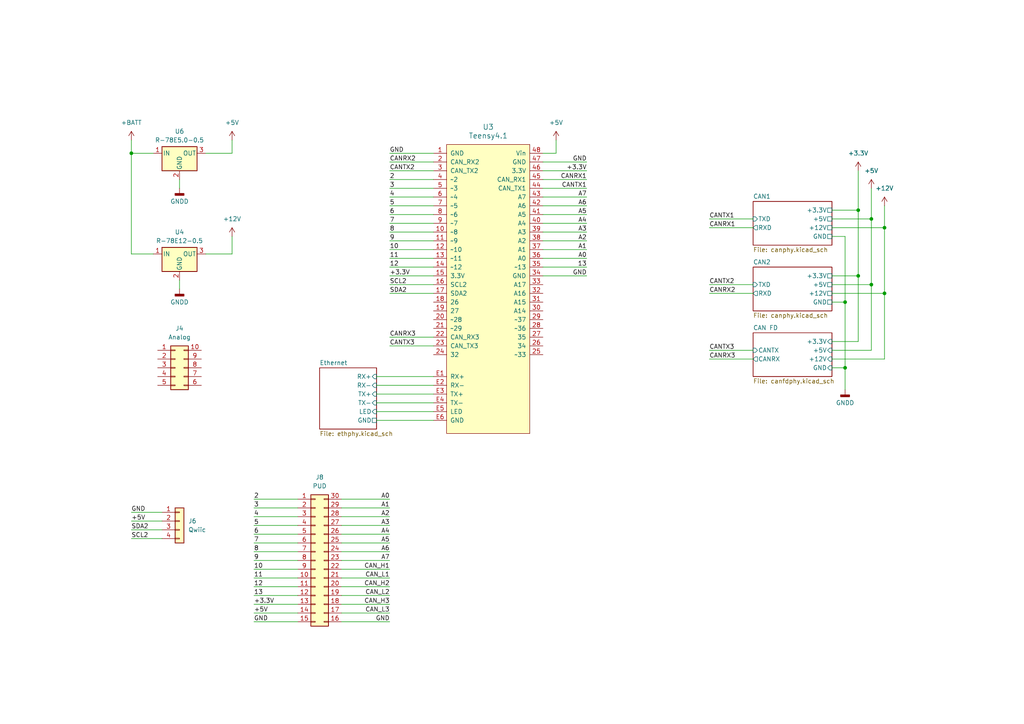
<source format=kicad_sch>
(kicad_sch (version 20231120) (generator "eeschema") (generator_version "8.0")
  (paper "A4")
  (lib_symbols
    (symbol "Connector_Generic:Conn_01x04" (pin_names (offset 1.016) hide)
      (property "Reference" "J" (at 0 5.08 0))
      (property "Value" "Conn_01x04" (at 0 -7.62 0))
      (symbol "Conn_01x04_1_1"
        (rectangle (start -1.27 -4.953) (end 0 -5.207) (stroke (width 0.1524)))
        (rectangle (start -1.27 -2.413) (end 0 -2.667) (stroke (width 0.1524)))
        (rectangle (start -1.27 0.127) (end 0 -0.127) (stroke (width 0.1524)))
        (rectangle (start -1.27 2.667) (end 0 2.413) (stroke (width 0.1524)))
        (rectangle (start -1.27 3.81) (end 1.27 -6.35) (stroke (width 0.254)) (fill (type background)))
        (pin passive line (at -5.08 2.54 0) (length 3.81) (name "Pin_1") (number "1"))
        (pin passive line (at -5.08 0 0) (length 3.81) (name "Pin_2") (number "2"))
        (pin passive line (at -5.08 -2.54 0) (length 3.81) (name "Pin_3") (number "3"))
        (pin passive line (at -5.08 -5.08 0) (length 3.81) (name "Pin_4") (number "4"))
      )
    )
    (symbol "Connector_Generic:Conn_02x05_Counter_Clockwise" (pin_names (offset 1.016) hide)
      (property "Reference" "J" (at 1.27 7.62 0))
      (property "Value" "Conn_02x05_Counter_Clockwise" (at 1.27 -7.62 0))
      (symbol "Conn_02x05_Counter_Clockwise_1_1"
        (rectangle (start -1.27 -4.953) (end 0 -5.207) (stroke (width 0.1524)))
        (rectangle (start -1.27 -2.413) (end 0 -2.667) (stroke (width 0.1524)))
        (rectangle (start -1.27 0.127) (end 0 -0.127) (stroke (width 0.1524)))
        (rectangle (start -1.27 2.667) (end 0 2.413) (stroke (width 0.1524)))
        (rectangle (start -1.27 5.207) (end 0 4.953) (stroke (width 0.1524)))
        (rectangle (start -1.27 6.35) (end 3.81 -6.35) (stroke (width 0.254)) (fill (type background)))
        (rectangle (start 3.81 -4.953) (end 2.54 -5.207) (stroke (width 0.1524)))
        (rectangle (start 3.81 -2.413) (end 2.54 -2.667) (stroke (width 0.1524)))
        (rectangle (start 3.81 0.127) (end 2.54 -0.127) (stroke (width 0.1524)))
        (rectangle (start 3.81 2.667) (end 2.54 2.413) (stroke (width 0.1524)))
        (rectangle (start 3.81 5.207) (end 2.54 4.953) (stroke (width 0.1524)))
        (pin passive line (at -5.08 5.08 0) (length 3.81) (name "Pin_1") (number "1"))
        (pin passive line (at 7.62 5.08 180) (length 3.81) (name "Pin_10") (number "10"))
        (pin passive line (at -5.08 2.54 0) (length 3.81) (name "Pin_2") (number "2"))
        (pin passive line (at -5.08 0 0) (length 3.81) (name "Pin_3") (number "3"))
        (pin passive line (at -5.08 -2.54 0) (length 3.81) (name "Pin_4") (number "4"))
        (pin passive line (at -5.08 -5.08 0) (length 3.81) (name "Pin_5") (number "5"))
        (pin passive line (at 7.62 -5.08 180) (length 3.81) (name "Pin_6") (number "6"))
        (pin passive line (at 7.62 -2.54 180) (length 3.81) (name "Pin_7") (number "7"))
        (pin passive line (at 7.62 0 180) (length 3.81) (name "Pin_8") (number "8"))
        (pin passive line (at 7.62 2.54 180) (length 3.81) (name "Pin_9") (number "9"))
      )
    )
    (symbol "Connector_Generic:Conn_02x15_Counter_Clockwise" (pin_names (offset 1.016) hide)
      (property "Reference" "J" (at 1.27 20.32 0))
      (property "Value" "Conn_02x15_Counter_Clockwise" (at 1.27 -20.32 0))
      (symbol "Conn_02x15_Counter_Clockwise_1_1"
        (rectangle (start -1.27 -17.653) (end 0 -17.907) (stroke (width 0.1524)))
        (rectangle (start -1.27 -15.113) (end 0 -15.367) (stroke (width 0.1524)))
        (rectangle (start -1.27 -12.573) (end 0 -12.827) (stroke (width 0.1524)))
        (rectangle (start -1.27 -10.033) (end 0 -10.287) (stroke (width 0.1524)))
        (rectangle (start -1.27 -7.493) (end 0 -7.747) (stroke (width 0.1524)))
        (rectangle (start -1.27 -4.953) (end 0 -5.207) (stroke (width 0.1524)))
        (rectangle (start -1.27 -2.413) (end 0 -2.667) (stroke (width 0.1524)))
        (rectangle (start -1.27 0.127) (end 0 -0.127) (stroke (width 0.1524)))
        (rectangle (start -1.27 2.667) (end 0 2.413) (stroke (width 0.1524)))
        (rectangle (start -1.27 5.207) (end 0 4.953) (stroke (width 0.1524)))
        (rectangle (start -1.27 7.747) (end 0 7.493) (stroke (width 0.1524)))
        (rectangle (start -1.27 10.287) (end 0 10.033) (stroke (width 0.1524)))
        (rectangle (start -1.27 12.827) (end 0 12.573) (stroke (width 0.1524)))
        (rectangle (start -1.27 15.367) (end 0 15.113) (stroke (width 0.1524)))
        (rectangle (start -1.27 17.907) (end 0 17.653) (stroke (width 0.1524)))
        (rectangle (start -1.27 19.05) (end 3.81 -19.05) (stroke (width 0.254)) (fill (type background)))
        (rectangle (start 3.81 -17.653) (end 2.54 -17.907) (stroke (width 0.1524)))
        (rectangle (start 3.81 -15.113) (end 2.54 -15.367) (stroke (width 0.1524)))
        (rectangle (start 3.81 -12.573) (end 2.54 -12.827) (stroke (width 0.1524)))
        (rectangle (start 3.81 -10.033) (end 2.54 -10.287) (stroke (width 0.1524)))
        (rectangle (start 3.81 -7.493) (end 2.54 -7.747) (stroke (width 0.1524)))
        (rectangle (start 3.81 -4.953) (end 2.54 -5.207) (stroke (width 0.1524)))
        (rectangle (start 3.81 -2.413) (end 2.54 -2.667) (stroke (width 0.1524)))
        (rectangle (start 3.81 0.127) (end 2.54 -0.127) (stroke (width 0.1524)))
        (rectangle (start 3.81 2.667) (end 2.54 2.413) (stroke (width 0.1524)))
        (rectangle (start 3.81 5.207) (end 2.54 4.953) (stroke (width 0.1524)))
        (rectangle (start 3.81 7.747) (end 2.54 7.493) (stroke (width 0.1524)))
        (rectangle (start 3.81 10.287) (end 2.54 10.033) (stroke (width 0.1524)))
        (rectangle (start 3.81 12.827) (end 2.54 12.573) (stroke (width 0.1524)))
        (rectangle (start 3.81 15.367) (end 2.54 15.113) (stroke (width 0.1524)))
        (rectangle (start 3.81 17.907) (end 2.54 17.653) (stroke (width 0.1524)))
        (pin passive line (at -5.08 17.78 0) (length 3.81) (name "Pin_1") (number "1"))
        (pin passive line (at -5.08 -5.08 0) (length 3.81) (name "Pin_10") (number "10"))
        (pin passive line (at -5.08 -7.62 0) (length 3.81) (name "Pin_11") (number "11"))
        (pin passive line (at -5.08 -10.16 0) (length 3.81) (name "Pin_12") (number "12"))
        (pin passive line (at -5.08 -12.7 0) (length 3.81) (name "Pin_13") (number "13"))
        (pin passive line (at -5.08 -15.24 0) (length 3.81) (name "Pin_14") (number "14"))
        (pin passive line (at -5.08 -17.78 0) (length 3.81) (name "Pin_15") (number "15"))
        (pin passive line (at 7.62 -17.78 180) (length 3.81) (name "Pin_16") (number "16"))
        (pin passive line (at 7.62 -15.24 180) (length 3.81) (name "Pin_17") (number "17"))
        (pin passive line (at 7.62 -12.7 180) (length 3.81) (name "Pin_18") (number "18"))
        (pin passive line (at 7.62 -10.16 180) (length 3.81) (name "Pin_19") (number "19"))
        (pin passive line (at -5.08 15.24 0) (length 3.81) (name "Pin_2") (number "2"))
        (pin passive line (at 7.62 -7.62 180) (length 3.81) (name "Pin_20") (number "20"))
        (pin passive line (at 7.62 -5.08 180) (length 3.81) (name "Pin_21") (number "21"))
        (pin passive line (at 7.62 -2.54 180) (length 3.81) (name "Pin_22") (number "22"))
        (pin passive line (at 7.62 0 180) (length 3.81) (name "Pin_23") (number "23"))
        (pin passive line (at 7.62 2.54 180) (length 3.81) (name "Pin_24") (number "24"))
        (pin passive line (at 7.62 5.08 180) (length 3.81) (name "Pin_25") (number "25"))
        (pin passive line (at 7.62 7.62 180) (length 3.81) (name "Pin_26") (number "26"))
        (pin passive line (at 7.62 10.16 180) (length 3.81) (name "Pin_27") (number "27"))
        (pin passive line (at 7.62 12.7 180) (length 3.81) (name "Pin_28") (number "28"))
        (pin passive line (at 7.62 15.24 180) (length 3.81) (name "Pin_29") (number "29"))
        (pin passive line (at -5.08 12.7 0) (length 3.81) (name "Pin_3") (number "3"))
        (pin passive line (at 7.62 17.78 180) (length 3.81) (name "Pin_30") (number "30"))
        (pin passive line (at -5.08 10.16 0) (length 3.81) (name "Pin_4") (number "4"))
        (pin passive line (at -5.08 7.62 0) (length 3.81) (name "Pin_5") (number "5"))
        (pin passive line (at -5.08 5.08 0) (length 3.81) (name "Pin_6") (number "6"))
        (pin passive line (at -5.08 2.54 0) (length 3.81) (name "Pin_7") (number "7"))
        (pin passive line (at -5.08 0 0) (length 3.81) (name "Pin_8") (number "8"))
        (pin passive line (at -5.08 -2.54 0) (length 3.81) (name "Pin_9") (number "9"))
      )
    )
    (symbol "Regulator_Switching:R-78E12-0.5" (pin_names (offset 0.254))
      (property "Reference" "U" (at -3.81 3.175 0))
      (property "Value" "R-78E12-0.5" (at 0 3.175 0))
      (symbol "R-78E12-0.5_0_1"
        (rectangle (start -5.08 1.905) (end 5.08 -5.08) (stroke (width 0.254)) (fill (type background)))
      )
      (symbol "R-78E12-0.5_1_1"
        (pin power_in line (at -7.62 0 0) (length 2.54) (name "IN") (number "1"))
        (pin power_in line (at 0 -7.62 90) (length 2.54) (name "GND") (number "2"))
        (pin power_out line (at 7.62 0 180) (length 2.54) (name "OUT") (number "3"))
      )
    )
    (symbol "Regulator_Switching:R-78E5.0-0.5" (pin_names (offset 0.254))
      (property "Reference" "U" (at -3.81 3.175 0))
      (property "Value" "R-78E5.0-0.5" (at 0 3.175 0))
      (symbol "R-78E5.0-0.5_0_1"
        (rectangle (start -5.08 1.905) (end 5.08 -5.08) (stroke (width 0.254)) (fill (type background)))
      )
      (symbol "R-78E5.0-0.5_1_1"
        (pin power_in line (at -7.62 0 0) (length 2.54) (name "IN") (number "1"))
        (pin power_in line (at 0 -7.62 90) (length 2.54) (name "GND") (number "2"))
        (pin power_out line (at 7.62 0 180) (length 2.54) (name "OUT") (number "3"))
      )
    )
    (symbol "Wetmelon:Teensy4.1" (pin_names (offset 1.016))
      (property "Reference" "U3" (at 0.635 36.83 0))
      (property "Value" "Teensy4.1" (at 0.635 34.29 0))
      (symbol "Teensy4.1_0_1"
        (rectangle (start -11.43 31.75) (end 12.7 -52.07) (fill (type background)))
      )
      (symbol "Teensy4.1_1_1"
        (pin power_in line (at -15.24 29.21 0) (length 3.81) (name "GND") (number "1"))
        (pin bidirectional line (at -15.24 6.35 0) (length 3.81) (name "~8") (number "10"))
        (pin bidirectional line (at -15.24 3.81 0) (length 3.81) (name "~9") (number "11"))
        (pin bidirectional line (at -15.24 1.27 0) (length 3.81) (name "~10") (number "12"))
        (pin bidirectional line (at -15.24 -1.27 0) (length 3.81) (name "~11") (number "13") (alternate "CAN_TX1" bidirectional line))
        (pin bidirectional line (at -15.24 -3.81 0) (length 3.81) (name "~12") (number "14"))
        (pin passive line (at -15.24 -6.35 0) (length 3.81) (name "3.3V") (number "15"))
        (pin bidirectional line (at -15.24 -8.89 0) (length 3.81) (name "~24") (number "16") (alternate "SCL2" open_collector line))
        (pin bidirectional line (at -15.24 -11.43 0) (length 3.81) (name "~25") (number "17") (alternate "SDA2" open_collector line))
        (pin bidirectional line (at -15.24 -13.97 0) (length 3.81) (name "26") (number "18") (alternate "" input line))
        (pin bidirectional line (at -15.24 -16.51 0) (length 3.81) (name "27") (number "19") (alternate "" input line))
        (pin bidirectional line (at -15.24 26.67 0) (length 3.81) (name "~0") (number "2") (alternate "CAN_RX2" bidirectional line))
        (pin bidirectional line (at -15.24 -19.05 0) (length 3.81) (name "~28") (number "20") (alternate "" input line))
        (pin bidirectional line (at -15.24 -21.59 0) (length 3.81) (name "~29") (number "21"))
        (pin bidirectional line (at -15.24 -24.13 0) (length 3.81) (name "30") (number "22") (alternate "CAN_RX3" bidirectional line))
        (pin bidirectional line (at -15.24 -26.67 0) (length 3.81) (name "31") (number "23") (alternate "CAN_TX3" bidirectional line))
        (pin bidirectional line (at -15.24 -29.21 0) (length 3.81) (name "32") (number "24"))
        (pin bidirectional line (at 16.51 -29.21 180) (length 3.81) (name "~33") (number "25"))
        (pin bidirectional line (at 16.51 -26.67 180) (length 3.81) (name "34") (number "26"))
        (pin bidirectional line (at 16.51 -24.13 180) (length 3.81) (name "35") (number "27"))
        (pin bidirectional line (at 16.51 -21.59 180) (length 3.81) (name "~36") (number "28"))
        (pin bidirectional line (at 16.51 -19.05 180) (length 3.81) (name "~37") (number "29") (alternate "" input line) (alternate "" input line))
        (pin bidirectional line (at -15.24 24.13 0) (length 3.81) (name "~1") (number "3") (alternate "CAN_TX2" bidirectional line))
        (pin bidirectional line (at 16.51 -16.51 180) (length 3.81) (name "38") (number "30") (alternate "A14" input line))
        (pin bidirectional line (at 16.51 -13.97 180) (length 3.81) (name "39") (number "31") (alternate "A15" input line))
        (pin bidirectional line (at 16.51 -11.43 180) (length 3.81) (name "40") (number "32") (alternate "A16" input line))
        (pin bidirectional line (at 16.51 -8.89 180) (length 3.81) (name "41") (number "33") (alternate "A17" input line))
        (pin power_in line (at 16.51 -6.35 180) (length 3.81) (name "GND") (number "34"))
        (pin bidirectional line (at 16.51 -3.81 180) (length 3.81) (name "~13") (number "35"))
        (pin bidirectional line (at 16.51 -1.27 180) (length 3.81) (name "~14") (number "36") (alternate "A0" input line))
        (pin bidirectional line (at 16.51 1.27 180) (length 3.81) (name "~15") (number "37") (alternate "A1" input line))
        (pin bidirectional line (at 16.51 3.81 180) (length 3.81) (name "16") (number "38") (alternate "A2" input line))
        (pin bidirectional line (at 16.51 6.35 180) (length 3.81) (name "17") (number "39") (alternate "A3" input line))
        (pin bidirectional line (at -15.24 21.59 0) (length 3.81) (name "~2") (number "4"))
        (pin bidirectional line (at 16.51 8.89 180) (length 3.81) (name "~18") (number "40") (alternate "A4" input line))
        (pin bidirectional line (at 16.51 11.43 180) (length 3.81) (name "~19") (number "41") (alternate "A5" input line))
        (pin bidirectional line (at 16.51 13.97 180) (length 3.81) (name "20") (number "42") (alternate "A6" input line))
        (pin bidirectional line (at 16.51 16.51 180) (length 3.81) (name "21") (number "43") (alternate "A7" input line))
        (pin bidirectional line (at 16.51 19.05 180) (length 3.81) (name "~22") (number "44") (alternate "CAN_TX1" bidirectional line))
        (pin bidirectional line (at 16.51 21.59 180) (length 3.81) (name "~23") (number "45") (alternate "CAN_RX1" bidirectional line))
        (pin power_out line (at 16.51 24.13 180) (length 3.81) (name "3.3V") (number "46"))
        (pin power_in line (at 16.51 26.67 180) (length 3.81) (name "GND") (number "47"))
        (pin power_in line (at 16.51 29.21 180) (length 3.81) (name "Vin") (number "48"))
        (pin bidirectional line (at -15.24 19.05 0) (length 3.81) (name "~3") (number "5"))
        (pin bidirectional line (at -15.24 16.51 0) (length 3.81) (name "~4") (number "6"))
        (pin bidirectional line (at -15.24 13.97 0) (length 3.81) (name "~5") (number "7"))
        (pin bidirectional line (at -15.24 11.43 0) (length 3.81) (name "~6") (number "8"))
        (pin bidirectional line (at -15.24 8.89 0) (length 3.81) (name "~7") (number "9"))
        (pin input line (at -15.24 -35.56 0) (length 3.81) (name "RX+") (number "E1"))
        (pin input line (at -15.24 -38.1 0) (length 3.81) (name "RX-") (number "E2"))
        (pin input line (at -15.24 -40.64 0) (length 3.81) (name "TX+") (number "E3"))
        (pin input line (at -15.24 -43.18 0) (length 3.81) (name "TX-") (number "E4"))
        (pin output line (at -15.24 -45.72 0) (length 3.81) (name "LED") (number "E5"))
        (pin power_in line (at -15.24 -48.26 0) (length 3.81) (name "GND") (number "E6"))
      )
    )
    (symbol "power:+12V" (power) (pin_names (offset 0))
      (property "Value" "+12V" (at 0 3.556 0))
      (symbol "+12V_0_1"
        (polyline (pts (xy -0.762 1.27) (xy 0 2.54)))
        (polyline (pts (xy 0 0) (xy 0 2.54)))
        (polyline (pts (xy 0 2.54) (xy 0.762 1.27)))
      )
      (symbol "+12V_1_1"
        (pin power_in line (at 0 0 90) (length 0) hide (name "+12V") (number "1"))
      )
    )
    (symbol "power:+3.3V" (power) (pin_names (offset 0))
      (property "Value" "+3.3V" (at 0 3.556 0))
      (symbol "+3.3V_0_1"
        (polyline (pts (xy -0.762 1.27) (xy 0 2.54)))
        (polyline (pts (xy 0 0) (xy 0 2.54)))
        (polyline (pts (xy 0 2.54) (xy 0.762 1.27)))
      )
      (symbol "+3.3V_1_1"
        (pin power_in line (at 0 0 90) (length 0) hide (name "+3.3V") (number "1"))
      )
    )
    (symbol "power:+5V" (power) (pin_names (offset 0))
      (property "Value" "+5V" (at 0 3.556 0))
      (symbol "+5V_0_1"
        (polyline (pts (xy -0.762 1.27) (xy 0 2.54)))
        (polyline (pts (xy 0 0) (xy 0 2.54)))
        (polyline (pts (xy 0 2.54) (xy 0.762 1.27)))
      )
      (symbol "+5V_1_1"
        (pin power_in line (at 0 0 90) (length 0) hide (name "+5V") (number "1"))
      )
    )
    (symbol "power:+BATT" (power) (pin_names (offset 0))
      (property "Value" "+BATT" (at 0 3.556 0))
      (symbol "+BATT_0_1"
        (polyline (pts (xy -0.762 1.27) (xy 0 2.54)))
        (polyline (pts (xy 0 0) (xy 0 2.54)))
        (polyline (pts (xy 0 2.54) (xy 0.762 1.27)))
      )
      (symbol "+BATT_1_1"
        (pin power_in line (at 0 0 90) (length 0) hide (name "+BATT") (number "1"))
      )
    )
    (symbol "power:GNDD" (power) (pin_names (offset 0))
      (property "Value" "GNDD" (at 0 -3.175 0))
      (symbol "GNDD_0_1"
        (rectangle (start -1.27 -1.524) (end 1.27 -2.032) (stroke (width 0.254)) (fill (type outline)))
        (polyline (pts (xy 0 0) (xy 0 -1.524)))
      )
      (symbol "GNDD_1_1"
        (pin power_in line (at 0 0 270) (length 0) hide (name "GNDD") (number "1"))
      )
    )
  )
  (junction (at 252.73 82.55))
  (junction (at 248.92 60.96))
  (junction (at 38.1 44.45))
  (junction (at 245.11 106.68))
  (junction (at 256.54 85.09))
  (junction (at 256.54 66.04))
  (junction (at 248.92 80.01))
  (junction (at 252.73 63.5))
  (junction (at 245.11 87.63))
  (wire (pts (xy 113.03 77.47) (xy 125.73 77.47)))
  (wire (pts (xy 38.1 40.64) (xy 38.1 44.45)))
  (wire (pts (xy 256.54 104.14) (xy 256.54 85.09)))
  (wire (pts (xy 113.03 54.61) (xy 125.73 54.61)))
  (wire (pts (xy 113.03 59.69) (xy 125.73 59.69)))
  (wire (pts (xy 52.07 81.28) (xy 52.07 83.82)))
  (wire (pts (xy 241.3 80.01) (xy 248.92 80.01)))
  (wire (pts (xy 67.31 40.64) (xy 67.31 44.45)))
  (wire (pts (xy 73.66 157.48) (xy 86.36 157.48)))
  (wire (pts (xy 113.03 52.07) (xy 125.73 52.07)))
  (wire (pts (xy 252.73 101.6) (xy 252.73 82.55)))
  (wire (pts (xy 73.66 160.02) (xy 86.36 160.02)))
  (wire (pts (xy 99.06 177.8) (xy 113.03 177.8)))
  (wire (pts (xy 161.29 40.64) (xy 161.29 44.45)))
  (wire (pts (xy 205.74 85.09) (xy 218.44 85.09)))
  (wire (pts (xy 99.06 160.02) (xy 113.03 160.02)))
  (wire (pts (xy 99.06 154.94) (xy 113.03 154.94)))
  (wire (pts (xy 157.48 62.23) (xy 170.18 62.23)))
  (wire (pts (xy 99.06 172.72) (xy 113.03 172.72)))
  (wire (pts (xy 73.66 147.32) (xy 86.36 147.32)))
  (wire (pts (xy 218.44 66.04) (xy 205.74 66.04)))
  (wire (pts (xy 245.11 106.68) (xy 241.3 106.68)))
  (wire (pts (xy 245.11 68.58) (xy 245.11 87.63)))
  (wire (pts (xy 157.48 80.01) (xy 170.18 80.01)))
  (wire (pts (xy 73.66 162.56) (xy 86.36 162.56)))
  (wire (pts (xy 157.48 72.39) (xy 170.18 72.39)))
  (wire (pts (xy 157.48 74.93) (xy 170.18 74.93)))
  (wire (pts (xy 113.03 74.93) (xy 125.73 74.93)))
  (wire (pts (xy 157.48 46.99) (xy 170.18 46.99)))
  (wire (pts (xy 113.03 46.99) (xy 125.73 46.99)))
  (wire (pts (xy 73.66 144.78) (xy 86.36 144.78)))
  (wire (pts (xy 113.03 67.31) (xy 125.73 67.31)))
  (wire (pts (xy 245.11 87.63) (xy 245.11 106.68)))
  (wire (pts (xy 157.48 54.61) (xy 170.18 54.61)))
  (wire (pts (xy 113.03 64.77) (xy 125.73 64.77)))
  (wire (pts (xy 73.66 149.86) (xy 86.36 149.86)))
  (wire (pts (xy 241.3 63.5) (xy 252.73 63.5)))
  (wire (pts (xy 109.22 119.38) (xy 125.73 119.38)))
  (wire (pts (xy 38.1 156.21) (xy 46.99 156.21)))
  (wire (pts (xy 73.66 172.72) (xy 86.36 172.72)))
  (wire (pts (xy 252.73 63.5) (xy 252.73 54.61)))
  (wire (pts (xy 109.22 114.3) (xy 125.73 114.3)))
  (wire (pts (xy 248.92 99.06) (xy 248.92 80.01)))
  (wire (pts (xy 44.45 73.66) (xy 38.1 73.66)))
  (wire (pts (xy 109.22 109.22) (xy 125.73 109.22)))
  (wire (pts (xy 113.03 80.01) (xy 125.73 80.01)))
  (wire (pts (xy 157.48 67.31) (xy 170.18 67.31)))
  (wire (pts (xy 157.48 77.47) (xy 170.18 77.47)))
  (wire (pts (xy 99.06 170.18) (xy 113.03 170.18)))
  (wire (pts (xy 38.1 153.67) (xy 46.99 153.67)))
  (wire (pts (xy 241.3 60.96) (xy 248.92 60.96)))
  (wire (pts (xy 113.03 62.23) (xy 125.73 62.23)))
  (wire (pts (xy 113.03 57.15) (xy 125.73 57.15)))
  (wire (pts (xy 256.54 85.09) (xy 256.54 66.04)))
  (wire (pts (xy 241.3 99.06) (xy 248.92 99.06)))
  (wire (pts (xy 38.1 151.13) (xy 46.99 151.13)))
  (wire (pts (xy 99.06 157.48) (xy 113.03 157.48)))
  (wire (pts (xy 241.3 68.58) (xy 245.11 68.58)))
  (wire (pts (xy 99.06 175.26) (xy 113.03 175.26)))
  (wire (pts (xy 73.66 154.94) (xy 86.36 154.94)))
  (wire (pts (xy 113.03 180.34) (xy 99.06 180.34)))
  (wire (pts (xy 248.92 80.01) (xy 248.92 60.96)))
  (wire (pts (xy 99.06 162.56) (xy 113.03 162.56)))
  (wire (pts (xy 38.1 73.66) (xy 38.1 44.45)))
  (wire (pts (xy 99.06 167.64) (xy 113.03 167.64)))
  (wire (pts (xy 205.74 101.6) (xy 218.44 101.6)))
  (wire (pts (xy 161.29 44.45) (xy 157.48 44.45)))
  (wire (pts (xy 113.03 72.39) (xy 125.73 72.39)))
  (wire (pts (xy 113.03 85.09) (xy 125.73 85.09)))
  (wire (pts (xy 157.48 52.07) (xy 170.18 52.07)))
  (wire (pts (xy 73.66 175.26) (xy 86.36 175.26)))
  (wire (pts (xy 67.31 44.45) (xy 59.69 44.45)))
  (wire (pts (xy 99.06 149.86) (xy 113.03 149.86)))
  (wire (pts (xy 218.44 63.5) (xy 205.74 63.5)))
  (wire (pts (xy 109.22 116.84) (xy 125.73 116.84)))
  (wire (pts (xy 157.48 69.85) (xy 170.18 69.85)))
  (wire (pts (xy 252.73 82.55) (xy 252.73 63.5)))
  (wire (pts (xy 52.07 52.07) (xy 52.07 54.61)))
  (wire (pts (xy 99.06 147.32) (xy 113.03 147.32)))
  (wire (pts (xy 67.31 73.66) (xy 67.31 68.58)))
  (wire (pts (xy 241.3 82.55) (xy 252.73 82.55)))
  (wire (pts (xy 241.3 85.09) (xy 256.54 85.09)))
  (wire (pts (xy 99.06 152.4) (xy 113.03 152.4)))
  (wire (pts (xy 73.66 177.8) (xy 86.36 177.8)))
  (wire (pts (xy 99.06 144.78) (xy 113.03 144.78)))
  (wire (pts (xy 59.69 73.66) (xy 67.31 73.66)))
  (wire (pts (xy 248.92 60.96) (xy 248.92 49.53)))
  (wire (pts (xy 241.3 101.6) (xy 252.73 101.6)))
  (wire (pts (xy 99.06 165.1) (xy 113.03 165.1)))
  (wire (pts (xy 157.48 49.53) (xy 170.18 49.53)))
  (wire (pts (xy 157.48 57.15) (xy 170.18 57.15)))
  (wire (pts (xy 73.66 165.1) (xy 86.36 165.1)))
  (wire (pts (xy 205.74 82.55) (xy 218.44 82.55)))
  (wire (pts (xy 109.22 121.92) (xy 125.73 121.92)))
  (wire (pts (xy 38.1 148.59) (xy 46.99 148.59)))
  (wire (pts (xy 113.03 82.55) (xy 125.73 82.55)))
  (wire (pts (xy 245.11 113.03) (xy 245.11 106.68)))
  (wire (pts (xy 73.66 180.34) (xy 86.36 180.34)))
  (wire (pts (xy 241.3 104.14) (xy 256.54 104.14)))
  (wire (pts (xy 241.3 66.04) (xy 256.54 66.04)))
  (wire (pts (xy 73.66 170.18) (xy 86.36 170.18)))
  (wire (pts (xy 38.1 44.45) (xy 44.45 44.45)))
  (wire (pts (xy 73.66 167.64) (xy 86.36 167.64)))
  (wire (pts (xy 113.03 97.79) (xy 125.73 97.79)))
  (wire (pts (xy 113.03 44.45) (xy 125.73 44.45)))
  (wire (pts (xy 157.48 59.69) (xy 170.18 59.69)))
  (wire (pts (xy 113.03 49.53) (xy 125.73 49.53)))
  (wire (pts (xy 113.03 100.33) (xy 125.73 100.33)))
  (wire (pts (xy 256.54 66.04) (xy 256.54 59.69)))
  (wire (pts (xy 205.74 104.14) (xy 218.44 104.14)))
  (wire (pts (xy 157.48 64.77) (xy 170.18 64.77)))
  (wire (pts (xy 73.66 152.4) (xy 86.36 152.4)))
  (wire (pts (xy 241.3 87.63) (xy 245.11 87.63)))
  (wire (pts (xy 109.22 111.76) (xy 125.73 111.76)))
  (wire (pts (xy 113.03 69.85) (xy 125.73 69.85)))
  (label "A1" (at 170.18 72.39 180))
  (label "CANRX3" (at 113.03 97.79 0))
  (label "CAN_L2" (at 113.03 172.72 180))
  (label "5" (at 73.66 152.4 0))
  (label "9" (at 73.66 162.56 0))
  (label "SCL2" (at 38.1 156.21 0))
  (label "GND" (at 170.18 80.01 180))
  (label "+3.3V" (at 170.18 49.53 180))
  (label "11" (at 113.03 74.93 0))
  (label "CAN_L3" (at 113.03 177.8 180))
  (label "CANRX1" (at 205.74 66.04 0))
  (label "A2" (at 113.03 149.86 180))
  (label "CANRX2" (at 205.74 85.09 0))
  (label "GND" (at 113.03 180.34 180))
  (label "12" (at 73.66 170.18 0))
  (label "3" (at 113.03 54.61 0))
  (label "+5V" (at 73.66 177.8 0))
  (label "4" (at 73.66 149.86 0))
  (label "CAN_L1" (at 113.03 167.64 180))
  (label "CANTX1" (at 205.74 63.5 0))
  (label "13" (at 170.18 77.47 180))
  (label "10" (at 113.03 72.39 0))
  (label "CAN_H1" (at 113.03 165.1 180))
  (label "A2" (at 170.18 69.85 180))
  (label "CAN_H3" (at 113.03 175.26 180))
  (label "A6" (at 170.18 59.69 180))
  (label "4" (at 113.03 57.15 0))
  (label "CANTX2" (at 113.03 49.53 0))
  (label "A3" (at 113.03 152.4 180))
  (label "SDA2" (at 38.1 153.67 0))
  (label "13" (at 73.66 172.72 0))
  (label "7" (at 73.66 157.48 0))
  (label "CANTX3" (at 113.03 100.33 0))
  (label "CANRX3" (at 205.74 104.14 0))
  (label "8" (at 73.66 160.02 0))
  (label "CANTX1" (at 170.18 54.61 180))
  (label "SDA2" (at 113.03 85.09 0))
  (label "A1" (at 113.03 147.32 180))
  (label "GND" (at 170.18 46.99 180))
  (label "A0" (at 170.18 74.93 180))
  (label "A5" (at 113.03 157.48 180))
  (label "CANTX2" (at 205.74 82.55 0))
  (label "A0" (at 113.03 144.78 180))
  (label "+5V" (at 38.1 151.13 0))
  (label "A4" (at 170.18 64.77 180))
  (label "CANRX2" (at 113.03 46.99 0))
  (label "A3" (at 170.18 67.31 180))
  (label "A4" (at 113.03 154.94 180))
  (label "11" (at 73.66 167.64 0))
  (label "+3.3V" (at 73.66 175.26 0))
  (label "GND" (at 113.03 44.45 0))
  (label "GND" (at 73.66 180.34 0))
  (label "3" (at 73.66 147.32 0))
  (label "A5" (at 170.18 62.23 180))
  (label "GND" (at 38.1 148.59 0))
  (label "6" (at 113.03 62.23 0))
  (label "+3.3V" (at 113.03 80.01 0))
  (label "A7" (at 170.18 57.15 180))
  (label "A7" (at 113.03 162.56 180))
  (label "8" (at 113.03 67.31 0))
  (label "2" (at 113.03 52.07 0))
  (label "CAN_H2" (at 113.03 170.18 180))
  (label "9" (at 113.03 69.85 0))
  (label "SCL2" (at 113.03 82.55 0))
  (label "10" (at 73.66 165.1 0))
  (label "CANTX3" (at 205.74 101.6 0))
  (label "6" (at 73.66 154.94 0))
  (label "2" (at 73.66 144.78 0))
  (label "A6" (at 113.03 160.02 180))
  (label "5" (at 113.03 59.69 0))
  (label "CANRX1" (at 170.18 52.07 180))
  (label "7" (at 113.03 64.77 0))
  (label "12" (at 113.03 77.47 0))
  (symbol (lib_id "power:+BATT") (at 38.1 40.64 0) (unit 1)
    (property "Reference" "#PWR03" (effects (hide yes)))
    (property "Value" "+BATT" (at 38.1 35.56 0))
    (property "Description" "Power symbol creates a global label with name \"+BATT\"" (effects (hide yes)))
  )
  (symbol (lib_id "power:GNDD") (at 52.07 54.61 0) (unit 1)
    (property "Reference" "#PWR02" (effects (hide yes)))
    (property "Value" "GNDD" (at 52.07 58.42 0))
    (property "Description" "Power symbol creates a global label with name \"GNDD\" , digital ground" (effects (hide yes)))
  )
  (symbol (lib_id "power:+5V") (at 67.31 40.64 0) (unit 1)
    (property "Reference" "#PWR04" (effects (hide yes)))
    (property "Value" "+5V" (at 67.31 35.56 0))
    (property "Description" "Power symbol creates a global label with name \"+5V\"" (effects (hide yes)))
  )
  (symbol (lib_id "power:+3.3V") (at 248.92 49.53 0) (unit 1)
    (property "Reference" "#PWR020" (effects (hide yes)))
    (property "Value" "+3.3V" (at 248.92 44.45 0))
    (property "Description" "Power symbol creates a global label with name \"+3.3V\"" (effects (hide yes)))
  )
  (symbol (lib_id "Connector_Generic:Conn_02x15_Counter_Clockwise") (at 91.44 162.56 0) (unit 1)
    (property "Reference" "J8" (at 92.71 138.43 0))
    (property "Value" "PUD" (at 92.71 140.97 0))
    (property "Footprint" "Connector_JST:JST_PUD_S30B-PUDSS-1_2x15_P2.00mm_Horizontal" (effects (hide yes)))
    (property "Description" "Generic connector, double row, 02x15, counter clockwise pin numbering scheme (similar to DIP package numbering), script generated (kicad-library-utils/schlib/autogen/connector/)" (effects (hide yes)))
  )
  (symbol (lib_id "power:GNDD") (at 52.07 83.82 0) (unit 1)
    (property "Reference" "#PWR025" (effects (hide yes)))
    (property "Value" "GNDD" (at 52.07 87.63 0))
    (property "Description" "Power symbol creates a global label with name \"GNDD\" , digital ground" (effects (hide yes)))
  )
  (symbol (lib_id "power:GNDD") (at 245.11 113.03 0) (unit 1)
    (property "Reference" "#PWR023" (effects (hide yes)))
    (property "Value" "GNDD" (at 245.11 116.84 0))
    (property "Description" "Power symbol creates a global label with name \"GNDD\" , digital ground" (effects (hide yes)))
  )
  (symbol (lib_id "Connector_Generic:Conn_02x05_Counter_Clockwise") (at 50.8 106.68 0) (unit 1)
    (property "Reference" "J4" (at 52.07 95.25 0))
    (property "Value" "Analog" (at 52.07 97.79 0))
    (property "Footprint" "Connector_PinHeader_2.54mm:PinHeader_2x05_P2.54mm_Vertical" (effects (hide yes)))
    (property "Description" "Generic connector, double row, 02x05, counter clockwise pin numbering scheme (similar to DIP package numbering), script generated (kicad-library-utils/schlib/autogen/connector/)" (effects (hide yes)))
  )
  (symbol (lib_id "power:+12V") (at 256.54 59.69 0) (unit 1)
    (property "Reference" "#PWR022" (effects (hide yes)))
    (property "Value" "+12V" (at 256.54 54.61 0))
    (property "Description" "Power symbol creates a global label with name \"+12V\"" (effects (hide yes)))
  )
  (symbol (lib_id "Regulator_Switching:R-78E12-0.5") (at 52.07 73.66 0) (unit 1)
    (property "Reference" "U4" (at 52.07 67.31 0))
    (property "Value" "R-78E12-0.5" (at 52.07 69.85 0))
    (property "Footprint" "Converter_DCDC:Converter_DCDC_RECOM_R-78E-0.5_THT" (effects (hide yes)))
    (property "Datasheet" "https://www.recom-power.com/pdf/Innoline/R-78Exx-0.5.pdf" (effects (hide yes)))
    (property "Description" "500mA Step-Down DC/DC-Regulator, 15-28V input, 12V fixed Output Voltage, LM78xx replacement, -40°C to +85°C, SIP3" (effects (hide yes)))
  )
  (symbol (lib_id "power:+5V") (at 252.73 54.61 0) (unit 1)
    (property "Reference" "#PWR021" (effects (hide yes)))
    (property "Value" "+5V" (at 252.73 49.53 0))
    (property "Description" "Power symbol creates a global label with name \"+5V\"" (effects (hide yes)))
  )
  (symbol (lib_id "power:+12V") (at 67.31 68.58 0) (unit 1)
    (property "Reference" "#PWR024" (effects (hide yes)))
    (property "Value" "+12V" (at 67.31 63.5 0))
    (property "Description" "Power symbol creates a global label with name \"+12V\"" (effects (hide yes)))
  )
  (symbol (lib_id "Wetmelon:Teensy4.1") (at 140.97 73.66 0) (unit 1)
    (property "Reference" "U3" (at 141.605 36.83 0) (effects (font (size 1.524 1.524))))
    (property "Value" "Teensy4.1" (at 141.605 39.37 0) (effects (font (size 1.524 1.524))))
    (property "Footprint" "Wetmelon:Teensy4.1" (effects (hide yes)))
    (pin "37" (alternate "A1"))
    (pin "32" (alternate "A16"))
    (pin "23" (alternate "CAN_TX3"))
    (pin "17" (alternate "SDA2"))
    (pin "22" (alternate "CAN_RX3"))
    (pin "39" (alternate "A3"))
    (pin "31" (alternate "A15"))
    (pin "16" (alternate "SCL2"))
    (pin "20" (alternate "~28"))
    (pin "18" (alternate "26"))
    (pin "3" (alternate "CAN_TX2"))
    (pin "43" (alternate "A7"))
    (pin "19" (alternate "27"))
    (pin "42" (alternate "A6"))
    (pin "33" (alternate "A17"))
    (pin "40" (alternate "A4"))
    (pin "44" (alternate "CAN_TX1"))
    (pin "45" (alternate "CAN_RX1"))
    (pin "29" (alternate "~37"))
    (pin "2" (alternate "CAN_RX2"))
    (pin "41" (alternate "A5"))
    (pin "38" (alternate "A2"))
    (pin "30" (alternate "A14"))
    (pin "36" (alternate "A0"))
  )
  (symbol (lib_id "Regulator_Switching:R-78E5.0-0.5") (at 52.07 44.45 0) (unit 1)
    (property "Reference" "U6" (at 52.07 38.1 0))
    (property "Value" "R-78E5.0-0.5" (at 52.07 40.64 0))
    (property "Footprint" "Converter_DCDC:Converter_DCDC_RECOM_R-78E-0.5_THT" (effects (hide yes)))
    (property "Datasheet" "https://www.recom-power.com/pdf/Innoline/R-78Exx-0.5.pdf" (effects (hide yes)))
    (property "Description" "500mA Step-Down DC/DC-Regulator, 7-28V input, 5V fixed Output Voltage, LM78xx replacement, -40°C to +85°C, SIP3" (effects (hide yes)))
  )
  (symbol (lib_id "power:+5V") (at 161.29 40.64 0) (unit 1)
    (property "Reference" "#PWR013" (effects (hide yes)))
    (property "Value" "+5V" (at 161.29 35.56 0))
    (property "Description" "Power symbol creates a global label with name \"+5V\"" (effects (hide yes)))
  )
  (symbol (lib_id "Connector_Generic:Conn_01x04") (at 52.07 151.13 0) (unit 1)
    (property "Reference" "J6" (at 54.61 151.1299 0) (effects (justify left)))
    (property "Value" "Qwiic" (at 54.61 153.6699 0) (effects (justify left)))
    (property "Footprint" "Connector_JST:JST_PH_B4B-PH-K_1x04_P2.00mm_Vertical" (effects (hide yes)))
    (property "Description" "Generic connector, single row, 01x04, script generated (kicad-library-utils/schlib/autogen/connector/)" (effects (hide yes)))
  )
  (sheet (at 218.44 96.52) (size 22.86 12.7) (stroke (width 0.1524))
    (property "Sheetname" "CAN FD" (at 218.44 95.8084 0) (effects (justify left bottom)))
    (property "Sheetfile" "canfdphy.kicad_sch" (at 218.44 109.8046 0) (effects (justify left top)))
    (pin "+3.3V" input (at 241.3 99.06 0))
    (pin "GND" input (at 241.3 106.68 0))
    (pin "+12V" input (at 241.3 104.14 0))
    (pin "+5V" input (at 241.3 101.6 0))
    (pin "CANTX" input (at 218.44 101.6 180))
    (pin "CANRX" output (at 218.44 104.14 180))
  )
  (sheet (at 92.71 106.68) (size 16.51 17.78) (stroke (width 0.1524))
    (property "Sheetname" "Ethernet" (at 92.71 105.9684 0) (effects (justify left bottom)))
    (property "Sheetfile" "ethphy.kicad_sch" (at 92.71 125.0446 0) (effects (justify left top)))
    (pin "LED" input (at 109.22 119.38 0))
    (pin "TX+" input (at 109.22 114.3 0))
    (pin "TX-" input (at 109.22 116.84 0))
    (pin "RX+" input (at 109.22 109.22 0))
    (pin "RX-" input (at 109.22 111.76 0))
    (pin "GND" passive (at 109.22 121.92 0))
  )
  (sheet (at 218.44 58.42) (size 22.86 12.7) (stroke (width 0.1524))
    (property "Sheetname" "CAN1" (at 218.44 57.7084 0) (effects (justify left bottom)))
    (property "Sheetfile" "canphy.kicad_sch" (at 218.44 71.7046 0) (effects (justify left top)))
    (pin "GND" passive (at 241.3 68.58 0))
    (pin "+3.3V" passive (at 241.3 60.96 0))
    (pin "+5V" passive (at 241.3 63.5 0))
    (pin "+12V" passive (at 241.3 66.04 0))
    (pin "TXD" input (at 218.44 63.5 180))
    (pin "RXD" output (at 218.44 66.04 180))
  )
  (sheet (at 218.44 77.47) (size 22.86 12.7) (stroke (width 0.1524))
    (property "Sheetname" "CAN2" (at 218.44 76.7584 0) (effects (justify left bottom)))
    (property "Sheetfile" "canphy.kicad_sch" (at 218.44 90.7546 0) (effects (justify left top)))
    (pin "GND" passive (at 241.3 87.63 0))
    (pin "+3.3V" passive (at 241.3 80.01 0))
    (pin "+5V" passive (at 241.3 82.55 0))
    (pin "+12V" passive (at 241.3 85.09 0))
    (pin "TXD" input (at 218.44 82.55 180))
    (pin "RXD" output (at 218.44 85.09 180))
  )
)
</source>
